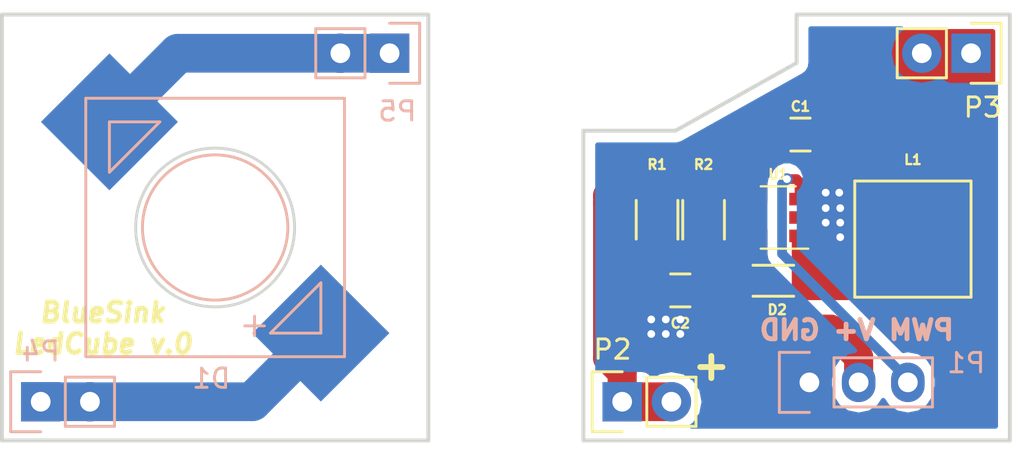
<source format=kicad_pcb>
(kicad_pcb (version 4) (host pcbnew 4.0.4-stable)

  (general
    (links 22)
    (no_connects 0)
    (area 88.899999 86.925 144.033334 112.175)
    (thickness 1.6)
    (drawings 15)
    (tracks 56)
    (zones 0)
    (modules 13)
    (nets 9)
  )

  (page A4)
  (layers
    (0 F.Cu signal)
    (31 B.Cu signal)
    (32 B.Adhes user)
    (33 F.Adhes user)
    (34 B.Paste user)
    (35 F.Paste user)
    (36 B.SilkS user)
    (37 F.SilkS user)
    (38 B.Mask user)
    (39 F.Mask user)
    (40 Dwgs.User user)
    (41 Cmts.User user)
    (42 Eco1.User user)
    (43 Eco2.User user)
    (44 Edge.Cuts user)
    (45 Margin user)
    (46 B.CrtYd user)
    (47 F.CrtYd user)
    (48 B.Fab user)
    (49 F.Fab user)
  )

  (setup
    (last_trace_width 0.5)
    (trace_clearance 0.2)
    (zone_clearance 0.508)
    (zone_45_only no)
    (trace_min 0.2)
    (segment_width 0.2)
    (edge_width 0.2)
    (via_size 0.6)
    (via_drill 0.4)
    (via_min_size 0.4)
    (via_min_drill 0.3)
    (uvia_size 0.3)
    (uvia_drill 0.1)
    (uvias_allowed no)
    (uvia_min_size 0.2)
    (uvia_min_drill 0.1)
    (pcb_text_width 0.3)
    (pcb_text_size 1.5 1.5)
    (mod_edge_width 0.15)
    (mod_text_size 1 1)
    (mod_text_width 0.15)
    (pad_size 1.524 1.524)
    (pad_drill 0.762)
    (pad_to_mask_clearance 0.2)
    (aux_axis_origin 0 0)
    (visible_elements 7FFFFFFF)
    (pcbplotparams
      (layerselection 0x010f0_80000001)
      (usegerberextensions false)
      (excludeedgelayer true)
      (linewidth 0.100000)
      (plotframeref false)
      (viasonmask false)
      (mode 1)
      (useauxorigin false)
      (hpglpennumber 1)
      (hpglpenspeed 20)
      (hpglpendiameter 15)
      (hpglpenoverlay 2)
      (psnegative false)
      (psa4output false)
      (plotreference true)
      (plotvalue true)
      (plotinvisibletext false)
      (padsonsilk false)
      (subtractmaskfromsilk false)
      (outputformat 1)
      (mirror false)
      (drillshape 0)
      (scaleselection 1)
      (outputdirectory gerber/))
  )

  (net 0 "")
  (net 1 /V_BAT)
  (net 2 GND)
  (net 3 "Net-(D2-Pad2)")
  (net 4 /PWM)
  (net 5 /LED+/L)
  (net 6 /LED-/L)
  (net 7 /LED+/U)
  (net 8 /LED-/U)

  (net_class Default "This is the default net class."
    (clearance 0.2)
    (trace_width 0.5)
    (via_dia 0.6)
    (via_drill 0.4)
    (uvia_dia 0.3)
    (uvia_drill 0.1)
    (add_net /LED+/L)
    (add_net /LED+/U)
    (add_net /LED-/L)
    (add_net /LED-/U)
    (add_net /PWM)
    (add_net /V_BAT)
    (add_net GND)
    (add_net "Net-(D2-Pad2)")
  )

  (module Socket_Strips:Socket_Strip_Straight_1x02 (layer B.Cu) (tedit 58637110) (tstamp 58636FDC)
    (at 91 109)
    (descr "Through hole socket strip")
    (tags "socket strip")
    (path /5863A088)
    (fp_text reference P4 (at 0 -2.6) (layer B.SilkS)
      (effects (font (size 1 1) (thickness 0.15)) (justify mirror))
    )
    (fp_text value CONN_01X02 (at 9.4 0.8) (layer B.Fab) hide
      (effects (font (size 1 1) (thickness 0.15)) (justify mirror))
    )
    (fp_line (start -1.55 -1.55) (end 0 -1.55) (layer B.SilkS) (width 0.15))
    (fp_line (start 3.81 -1.27) (end 1.27 -1.27) (layer B.SilkS) (width 0.15))
    (fp_line (start -1.75 1.75) (end -1.75 -1.75) (layer B.CrtYd) (width 0.05))
    (fp_line (start 4.3 1.75) (end 4.3 -1.75) (layer B.CrtYd) (width 0.05))
    (fp_line (start -1.75 1.75) (end 4.3 1.75) (layer B.CrtYd) (width 0.05))
    (fp_line (start -1.75 -1.75) (end 4.3 -1.75) (layer B.CrtYd) (width 0.05))
    (fp_line (start 1.27 -1.27) (end 1.27 1.27) (layer B.SilkS) (width 0.15))
    (fp_line (start 0 1.55) (end -1.55 1.55) (layer B.SilkS) (width 0.15))
    (fp_line (start -1.55 1.55) (end -1.55 -1.55) (layer B.SilkS) (width 0.15))
    (fp_line (start 1.27 1.27) (end 3.81 1.27) (layer B.SilkS) (width 0.15))
    (fp_line (start 3.81 1.27) (end 3.81 -1.27) (layer B.SilkS) (width 0.15))
    (pad 1 thru_hole rect (at 0 0) (size 2.032 2.032) (drill 1.016) (layers *.Cu *.Mask)
      (net 7 /LED+/U))
    (pad 2 thru_hole oval (at 2.54 0) (size 2.032 2.032) (drill 1.016) (layers *.Cu *.Mask)
      (net 7 /LED+/U))
    (model Socket_Strips.3dshapes/Socket_Strip_Straight_1x02.wrl
      (at (xyz 0.05 0 0))
      (scale (xyz 1 1 1))
      (rotate (xyz 0 0 180))
    )
  )

  (module footprint:CXA1304 (layer B.Cu) (tedit 58637114) (tstamp 58636CAA)
    (at 100 100)
    (path /58637B8A)
    (fp_text reference D1 (at -0.2 7.8) (layer B.SilkS)
      (effects (font (size 1 1) (thickness 0.15)) (justify mirror))
    )
    (fp_text value CXA1304 (at 3.556 -7.62) (layer B.Fab) hide
      (effects (font (size 1 1) (thickness 0.15)) (justify mirror))
    )
    (fp_line (start 2.032 5.588) (end 2.032 4.572) (layer B.SilkS) (width 0.15))
    (fp_line (start 1.524 5.08) (end 2.54 5.08) (layer B.SilkS) (width 0.15))
    (fp_line (start -5.455 -2.855) (end -2.855 -5.455) (layer B.SilkS) (width 0.15))
    (fp_line (start -5.455 -2.855) (end -5.455 -5.455) (layer B.SilkS) (width 0.15))
    (fp_line (start -5.455 -5.455) (end -2.855 -5.455) (layer B.SilkS) (width 0.15))
    (fp_line (start 5.455 2.855) (end 2.855 5.455) (layer B.SilkS) (width 0.15))
    (fp_line (start 5.455 5.455) (end 5.455 2.855) (layer B.SilkS) (width 0.15))
    (fp_line (start 2.855 5.455) (end 5.455 5.455) (layer B.SilkS) (width 0.15))
    (fp_circle (center 0 0) (end 0 -3.75) (layer B.SilkS) (width 0.15))
    (fp_line (start -6.675 6.675) (end -6.675 -6.675) (layer B.SilkS) (width 0.15))
    (fp_line (start -6.675 -6.675) (end 6.675 -6.675) (layer B.SilkS) (width 0.15))
    (fp_line (start 6.675 6.675) (end 6.675 -6.675) (layer B.SilkS) (width 0.15))
    (fp_line (start -6.675 6.675) (end 6.675 6.675) (layer B.SilkS) (width 0.15))
    (pad 2 smd rect (at 5.455 5.455 315) (size 5 5) (layers B.Cu B.Paste B.Mask)
      (net 7 /LED+/U))
    (pad 1 smd rect (at -5.455 -5.455 315) (size 5 5) (layers B.Cu B.Paste B.Mask)
      (net 8 /LED-/U))
  )

  (module Socket_Strips:Socket_Strip_Straight_1x02 (layer B.Cu) (tedit 58637117) (tstamp 58636FED)
    (at 109 91 180)
    (descr "Through hole socket strip")
    (tags "socket strip")
    (path /5863A08E)
    (fp_text reference P5 (at -0.4 -3 180) (layer B.SilkS)
      (effects (font (size 1 1) (thickness 0.15)) (justify mirror))
    )
    (fp_text value CONN_01X02 (at 0 3.1 180) (layer B.Fab) hide
      (effects (font (size 1 1) (thickness 0.15)) (justify mirror))
    )
    (fp_line (start -1.55 -1.55) (end 0 -1.55) (layer B.SilkS) (width 0.15))
    (fp_line (start 3.81 -1.27) (end 1.27 -1.27) (layer B.SilkS) (width 0.15))
    (fp_line (start -1.75 1.75) (end -1.75 -1.75) (layer B.CrtYd) (width 0.05))
    (fp_line (start 4.3 1.75) (end 4.3 -1.75) (layer B.CrtYd) (width 0.05))
    (fp_line (start -1.75 1.75) (end 4.3 1.75) (layer B.CrtYd) (width 0.05))
    (fp_line (start -1.75 -1.75) (end 4.3 -1.75) (layer B.CrtYd) (width 0.05))
    (fp_line (start 1.27 -1.27) (end 1.27 1.27) (layer B.SilkS) (width 0.15))
    (fp_line (start 0 1.55) (end -1.55 1.55) (layer B.SilkS) (width 0.15))
    (fp_line (start -1.55 1.55) (end -1.55 -1.55) (layer B.SilkS) (width 0.15))
    (fp_line (start 1.27 1.27) (end 3.81 1.27) (layer B.SilkS) (width 0.15))
    (fp_line (start 3.81 1.27) (end 3.81 -1.27) (layer B.SilkS) (width 0.15))
    (pad 1 thru_hole rect (at 0 0 180) (size 2.032 2.032) (drill 1.016) (layers *.Cu *.Mask)
      (net 8 /LED-/U))
    (pad 2 thru_hole oval (at 2.54 0 180) (size 2.032 2.032) (drill 1.016) (layers *.Cu *.Mask)
      (net 8 /LED-/U))
    (model Socket_Strips.3dshapes/Socket_Strip_Straight_1x02.wrl
      (at (xyz 0.05 0 0))
      (scale (xyz 1 1 1))
      (rotate (xyz 0 0 180))
    )
  )

  (module Capacitors_SMD:C_0805 (layer F.Cu) (tedit 58637236) (tstamp 58636C87)
    (at 130.2 95.2)
    (descr "Capacitor SMD 0805, reflow soldering, AVX (see smccp.pdf)")
    (tags "capacitor 0805")
    (path /58636452)
    (attr smd)
    (fp_text reference C1 (at 0 -1.45) (layer F.SilkS)
      (effects (font (size 0.5 0.5) (thickness 0.125)))
    )
    (fp_text value 1uF (at 0 2.1) (layer F.Fab) hide
      (effects (font (size 1 1) (thickness 0.15)))
    )
    (fp_line (start -1 0.625) (end -1 -0.625) (layer F.Fab) (width 0.15))
    (fp_line (start 1 0.625) (end -1 0.625) (layer F.Fab) (width 0.15))
    (fp_line (start 1 -0.625) (end 1 0.625) (layer F.Fab) (width 0.15))
    (fp_line (start -1 -0.625) (end 1 -0.625) (layer F.Fab) (width 0.15))
    (fp_line (start -1.8 -1) (end 1.8 -1) (layer F.CrtYd) (width 0.05))
    (fp_line (start -1.8 1) (end 1.8 1) (layer F.CrtYd) (width 0.05))
    (fp_line (start -1.8 -1) (end -1.8 1) (layer F.CrtYd) (width 0.05))
    (fp_line (start 1.8 -1) (end 1.8 1) (layer F.CrtYd) (width 0.05))
    (fp_line (start 0.5 -0.85) (end -0.5 -0.85) (layer F.SilkS) (width 0.15))
    (fp_line (start -0.5 0.85) (end 0.5 0.85) (layer F.SilkS) (width 0.15))
    (pad 1 smd rect (at -1 0) (size 1 1.25) (layers F.Cu F.Paste F.Mask)
      (net 5 /LED+/L))
    (pad 2 smd rect (at 1 0) (size 1 1.25) (layers F.Cu F.Paste F.Mask)
      (net 6 /LED-/L))
    (model Capacitors_SMD.3dshapes/C_0805.wrl
      (at (xyz 0 0 0))
      (scale (xyz 1 1 1))
      (rotate (xyz 0 0 0))
    )
  )

  (module Capacitors_SMD:C_0805 (layer F.Cu) (tedit 58637227) (tstamp 58636C97)
    (at 124 103.25 180)
    (descr "Capacitor SMD 0805, reflow soldering, AVX (see smccp.pdf)")
    (tags "capacitor 0805")
    (path /58636C29)
    (attr smd)
    (fp_text reference C2 (at 0 -1.7 180) (layer F.SilkS)
      (effects (font (size 0.5 0.5) (thickness 0.125)))
    )
    (fp_text value 2.2uF (at 2.25 -1.2 180) (layer F.Fab) hide
      (effects (font (size 1 1) (thickness 0.15)))
    )
    (fp_line (start -1 0.625) (end -1 -0.625) (layer F.Fab) (width 0.15))
    (fp_line (start 1 0.625) (end -1 0.625) (layer F.Fab) (width 0.15))
    (fp_line (start 1 -0.625) (end 1 0.625) (layer F.Fab) (width 0.15))
    (fp_line (start -1 -0.625) (end 1 -0.625) (layer F.Fab) (width 0.15))
    (fp_line (start -1.8 -1) (end 1.8 -1) (layer F.CrtYd) (width 0.05))
    (fp_line (start -1.8 1) (end 1.8 1) (layer F.CrtYd) (width 0.05))
    (fp_line (start -1.8 -1) (end -1.8 1) (layer F.CrtYd) (width 0.05))
    (fp_line (start 1.8 -1) (end 1.8 1) (layer F.CrtYd) (width 0.05))
    (fp_line (start 0.5 -0.85) (end -0.5 -0.85) (layer F.SilkS) (width 0.15))
    (fp_line (start -0.5 0.85) (end 0.5 0.85) (layer F.SilkS) (width 0.15))
    (pad 1 smd rect (at -1 0 180) (size 1 1.25) (layers F.Cu F.Paste F.Mask)
      (net 1 /V_BAT))
    (pad 2 smd rect (at 1 0 180) (size 1 1.25) (layers F.Cu F.Paste F.Mask)
      (net 2 GND))
    (model Capacitors_SMD.3dshapes/C_0805.wrl
      (at (xyz 0 0 0))
      (scale (xyz 1 1 1))
      (rotate (xyz 0 0 0))
    )
  )

  (module Diodes_SMD:SOD-323_HandSoldering (layer F.Cu) (tedit 5863723E) (tstamp 58636CC0)
    (at 129.05 102.75)
    (descr SOD-323)
    (tags SOD-323)
    (path /58636A79)
    (attr smd)
    (fp_text reference D2 (at -0.05 1.5) (layer F.SilkS)
      (effects (font (size 0.5 0.5) (thickness 0.125)))
    )
    (fp_text value BAT20JFILM (at 0.1 1.9) (layer F.Fab) hide
      (effects (font (size 1 1) (thickness 0.15)))
    )
    (fp_line (start 0.2 0) (end 0.45 0) (layer F.Fab) (width 0.15))
    (fp_line (start 0.2 0.35) (end -0.3 0) (layer F.Fab) (width 0.15))
    (fp_line (start 0.2 -0.35) (end 0.2 0.35) (layer F.Fab) (width 0.15))
    (fp_line (start -0.3 0) (end 0.2 -0.35) (layer F.Fab) (width 0.15))
    (fp_line (start -0.3 0) (end -0.5 0) (layer F.Fab) (width 0.15))
    (fp_line (start -0.3 -0.35) (end -0.3 0.35) (layer F.Fab) (width 0.15))
    (fp_line (start -0.85 0.65) (end -0.85 -0.65) (layer F.Fab) (width 0.15))
    (fp_line (start 0.85 0.65) (end -0.85 0.65) (layer F.Fab) (width 0.15))
    (fp_line (start 0.85 -0.65) (end 0.85 0.65) (layer F.Fab) (width 0.15))
    (fp_line (start -0.85 -0.65) (end 0.85 -0.65) (layer F.Fab) (width 0.15))
    (fp_line (start -1.9 -0.95) (end 1.9 -0.95) (layer F.CrtYd) (width 0.05))
    (fp_line (start 1.9 -0.95) (end 1.9 0.95) (layer F.CrtYd) (width 0.05))
    (fp_line (start -1.9 0.95) (end 1.9 0.95) (layer F.CrtYd) (width 0.05))
    (fp_line (start -1.9 -0.95) (end -1.9 0.95) (layer F.CrtYd) (width 0.05))
    (fp_line (start -1.3 0.8) (end 0.8 0.8) (layer F.SilkS) (width 0.15))
    (fp_line (start -1.3 -0.8) (end 0.8 -0.8) (layer F.SilkS) (width 0.15))
    (pad 1 smd rect (at -1.25 0) (size 1 1) (layers F.Cu F.Paste F.Mask)
      (net 1 /V_BAT))
    (pad 2 smd rect (at 1.25 0) (size 1 1) (layers F.Cu F.Paste F.Mask)
      (net 3 "Net-(D2-Pad2)"))
    (model Diodes_SMD.3dshapes/SOD-323.wrl
      (at (xyz 0 0 0))
      (scale (xyz 1 1 1))
      (rotate (xyz 0 0 180))
    )
  )

  (module footprint:inductor_33uH (layer F.Cu) (tedit 5863726C) (tstamp 58636CCA)
    (at 136 100.6 270)
    (path /586364CB)
    (fp_text reference L1 (at -4.1 0 360) (layer F.SilkS)
      (effects (font (size 0.5 0.5) (thickness 0.125)))
    )
    (fp_text value 33uH (at 0 -5.08 270) (layer F.Fab) hide
      (effects (font (size 1 1) (thickness 0.15)))
    )
    (fp_line (start -3 3) (end -3 -3) (layer F.SilkS) (width 0.15))
    (fp_line (start 3 3) (end -3 3) (layer F.SilkS) (width 0.15))
    (fp_line (start 3 -3) (end 3 3) (layer F.SilkS) (width 0.15))
    (fp_line (start -3 -3) (end 3 -3) (layer F.SilkS) (width 0.15))
    (pad 1 smd rect (at -2.25 0 270) (size 2 6) (layers F.Cu F.Paste F.Mask)
      (net 6 /LED-/L))
    (pad 2 smd rect (at 2.25 0 270) (size 2 6) (layers F.Cu F.Paste F.Mask)
      (net 3 "Net-(D2-Pad2)"))
  )

  (module Socket_Strips:Socket_Strip_Straight_1x03 (layer B.Cu) (tedit 5863726E) (tstamp 58636CDC)
    (at 130.66 108)
    (descr "Through hole socket strip")
    (tags "socket strip")
    (path /58638065)
    (fp_text reference P1 (at 8.09 -1) (layer B.SilkS)
      (effects (font (size 1 1) (thickness 0.15)) (justify mirror))
    )
    (fp_text value CONN_01X03 (at 0 3.1) (layer B.Fab) hide
      (effects (font (size 1 1) (thickness 0.15)) (justify mirror))
    )
    (fp_line (start 0 1.55) (end -1.55 1.55) (layer B.SilkS) (width 0.15))
    (fp_line (start -1.55 1.55) (end -1.55 -1.55) (layer B.SilkS) (width 0.15))
    (fp_line (start -1.55 -1.55) (end 0 -1.55) (layer B.SilkS) (width 0.15))
    (fp_line (start -1.75 1.75) (end -1.75 -1.75) (layer B.CrtYd) (width 0.05))
    (fp_line (start 6.85 1.75) (end 6.85 -1.75) (layer B.CrtYd) (width 0.05))
    (fp_line (start -1.75 1.75) (end 6.85 1.75) (layer B.CrtYd) (width 0.05))
    (fp_line (start -1.75 -1.75) (end 6.85 -1.75) (layer B.CrtYd) (width 0.05))
    (fp_line (start 1.27 1.27) (end 6.35 1.27) (layer B.SilkS) (width 0.15))
    (fp_line (start 6.35 1.27) (end 6.35 -1.27) (layer B.SilkS) (width 0.15))
    (fp_line (start 6.35 -1.27) (end 1.27 -1.27) (layer B.SilkS) (width 0.15))
    (fp_line (start 1.27 -1.27) (end 1.27 1.27) (layer B.SilkS) (width 0.15))
    (pad 1 thru_hole rect (at 0 0) (size 1.7272 2.032) (drill 1.016) (layers *.Cu *.Mask)
      (net 2 GND))
    (pad 2 thru_hole oval (at 2.54 0) (size 1.7272 2.032) (drill 1.016) (layers *.Cu *.Mask)
      (net 1 /V_BAT))
    (pad 3 thru_hole oval (at 5.08 0) (size 1.7272 2.032) (drill 1.016) (layers *.Cu *.Mask)
      (net 4 /PWM))
    (model Socket_Strips.3dshapes/Socket_Strip_Straight_1x03.wrl
      (at (xyz 0.1 0 0))
      (scale (xyz 1 1 1))
      (rotate (xyz 0 0 180))
    )
  )

  (module TO_SOT_Packages_SMD:SOT-23-5 (layer F.Cu) (tedit 58637247) (tstamp 58636D0F)
    (at 129.05 99.484286 180)
    (descr "5-pin SOT23 package")
    (tags SOT-23-5)
    (path /5863635E)
    (attr smd)
    (fp_text reference U1 (at 0 2.234286 180) (layer F.SilkS)
      (effects (font (size 0.5 0.5) (thickness 0.125)))
    )
    (fp_text value AL8805W5 (at 0 2.9 180) (layer F.Fab) hide
      (effects (font (size 1 1) (thickness 0.15)))
    )
    (fp_line (start -0.9 1.61) (end 0.9 1.61) (layer F.SilkS) (width 0.12))
    (fp_line (start 0.9 -1.61) (end -1.55 -1.61) (layer F.SilkS) (width 0.12))
    (fp_line (start -1.9 -1.8) (end 1.9 -1.8) (layer F.CrtYd) (width 0.05))
    (fp_line (start 1.9 -1.8) (end 1.9 1.8) (layer F.CrtYd) (width 0.05))
    (fp_line (start 1.9 1.8) (end -1.9 1.8) (layer F.CrtYd) (width 0.05))
    (fp_line (start -1.9 1.8) (end -1.9 -1.8) (layer F.CrtYd) (width 0.05))
    (fp_line (start 0.9 -1.55) (end -0.9 -1.55) (layer F.Fab) (width 0.15))
    (fp_line (start -0.9 -1.55) (end -0.9 1.55) (layer F.Fab) (width 0.15))
    (fp_line (start 0.9 1.55) (end -0.9 1.55) (layer F.Fab) (width 0.15))
    (fp_line (start 0.9 -1.55) (end 0.9 1.55) (layer F.Fab) (width 0.15))
    (pad 1 smd rect (at -1.1 -0.95 180) (size 1.06 0.65) (layers F.Cu F.Paste F.Mask)
      (net 3 "Net-(D2-Pad2)"))
    (pad 2 smd rect (at -1.1 0 180) (size 1.06 0.65) (layers F.Cu F.Paste F.Mask)
      (net 2 GND))
    (pad 3 smd rect (at -1.1 0.95 180) (size 1.06 0.65) (layers F.Cu F.Paste F.Mask)
      (net 4 /PWM))
    (pad 4 smd rect (at 1.1 0.95 180) (size 1.06 0.65) (layers F.Cu F.Paste F.Mask)
      (net 5 /LED+/L))
    (pad 5 smd rect (at 1.1 -0.95 180) (size 1.06 0.65) (layers F.Cu F.Paste F.Mask)
      (net 1 /V_BAT))
    (model TO_SOT_Packages_SMD.3dshapes/SOT-23-5.wrl
      (at (xyz 0 0 0))
      (scale (xyz 1 1 1))
      (rotate (xyz 0 0 0))
    )
  )

  (module Socket_Strips:Socket_Strip_Straight_1x02 (layer F.Cu) (tedit 586371C1) (tstamp 58636FBA)
    (at 121 109)
    (descr "Through hole socket strip")
    (tags "socket strip")
    (path /58639BF8)
    (fp_text reference P2 (at -0.5 -2.7) (layer F.SilkS)
      (effects (font (size 1 1) (thickness 0.15)))
    )
    (fp_text value CONN_01X02 (at 0 -3.1) (layer F.Fab) hide
      (effects (font (size 1 1) (thickness 0.15)))
    )
    (fp_line (start -1.55 1.55) (end 0 1.55) (layer F.SilkS) (width 0.15))
    (fp_line (start 3.81 1.27) (end 1.27 1.27) (layer F.SilkS) (width 0.15))
    (fp_line (start -1.75 -1.75) (end -1.75 1.75) (layer F.CrtYd) (width 0.05))
    (fp_line (start 4.3 -1.75) (end 4.3 1.75) (layer F.CrtYd) (width 0.05))
    (fp_line (start -1.75 -1.75) (end 4.3 -1.75) (layer F.CrtYd) (width 0.05))
    (fp_line (start -1.75 1.75) (end 4.3 1.75) (layer F.CrtYd) (width 0.05))
    (fp_line (start 1.27 1.27) (end 1.27 -1.27) (layer F.SilkS) (width 0.15))
    (fp_line (start 0 -1.55) (end -1.55 -1.55) (layer F.SilkS) (width 0.15))
    (fp_line (start -1.55 -1.55) (end -1.55 1.55) (layer F.SilkS) (width 0.15))
    (fp_line (start 1.27 -1.27) (end 3.81 -1.27) (layer F.SilkS) (width 0.15))
    (fp_line (start 3.81 -1.27) (end 3.81 1.27) (layer F.SilkS) (width 0.15))
    (pad 1 thru_hole rect (at 0 0) (size 2.032 2.032) (drill 1.016) (layers *.Cu *.Mask)
      (net 5 /LED+/L))
    (pad 2 thru_hole oval (at 2.54 0) (size 2.032 2.032) (drill 1.016) (layers *.Cu *.Mask)
      (net 5 /LED+/L))
    (model Socket_Strips.3dshapes/Socket_Strip_Straight_1x02.wrl
      (at (xyz 0.05 0 0))
      (scale (xyz 1 1 1))
      (rotate (xyz 0 0 180))
    )
  )

  (module Socket_Strips:Socket_Strip_Straight_1x02 (layer F.Cu) (tedit 586371C5) (tstamp 58636FCB)
    (at 139 91 180)
    (descr "Through hole socket strip")
    (tags "socket strip")
    (path /58639CF0)
    (fp_text reference P3 (at -0.6 -2.8 180) (layer F.SilkS)
      (effects (font (size 1 1) (thickness 0.15)))
    )
    (fp_text value CONN_01X02 (at 0 -3.1 180) (layer F.Fab) hide
      (effects (font (size 1 1) (thickness 0.15)))
    )
    (fp_line (start -1.55 1.55) (end 0 1.55) (layer F.SilkS) (width 0.15))
    (fp_line (start 3.81 1.27) (end 1.27 1.27) (layer F.SilkS) (width 0.15))
    (fp_line (start -1.75 -1.75) (end -1.75 1.75) (layer F.CrtYd) (width 0.05))
    (fp_line (start 4.3 -1.75) (end 4.3 1.75) (layer F.CrtYd) (width 0.05))
    (fp_line (start -1.75 -1.75) (end 4.3 -1.75) (layer F.CrtYd) (width 0.05))
    (fp_line (start -1.75 1.75) (end 4.3 1.75) (layer F.CrtYd) (width 0.05))
    (fp_line (start 1.27 1.27) (end 1.27 -1.27) (layer F.SilkS) (width 0.15))
    (fp_line (start 0 -1.55) (end -1.55 -1.55) (layer F.SilkS) (width 0.15))
    (fp_line (start -1.55 -1.55) (end -1.55 1.55) (layer F.SilkS) (width 0.15))
    (fp_line (start 1.27 -1.27) (end 3.81 -1.27) (layer F.SilkS) (width 0.15))
    (fp_line (start 3.81 -1.27) (end 3.81 1.27) (layer F.SilkS) (width 0.15))
    (pad 1 thru_hole rect (at 0 0 180) (size 2.032 2.032) (drill 1.016) (layers *.Cu *.Mask)
      (net 6 /LED-/L))
    (pad 2 thru_hole oval (at 2.54 0 180) (size 2.032 2.032) (drill 1.016) (layers *.Cu *.Mask)
      (net 6 /LED-/L))
    (model Socket_Strips.3dshapes/Socket_Strip_Straight_1x02.wrl
      (at (xyz 0.05 0 0))
      (scale (xyz 1 1 1))
      (rotate (xyz 0 0 180))
    )
  )

  (module Resistors_SMD:R_1206 (layer F.Cu) (tedit 5863746D) (tstamp 586376EA)
    (at 122.8 99.6 90)
    (descr "Resistor SMD 1206, reflow soldering, Vishay (see dcrcw.pdf)")
    (tags "resistor 1206")
    (path /586363C1)
    (attr smd)
    (fp_text reference R1 (at 2.85 0 180) (layer F.SilkS)
      (effects (font (size 0.5 0.5) (thickness 0.125)))
    )
    (fp_text value 0.5 (at 0 2.3 90) (layer F.Fab)
      (effects (font (size 1 1) (thickness 0.15)))
    )
    (fp_line (start -1.6 0.8) (end -1.6 -0.8) (layer F.Fab) (width 0.1))
    (fp_line (start 1.6 0.8) (end -1.6 0.8) (layer F.Fab) (width 0.1))
    (fp_line (start 1.6 -0.8) (end 1.6 0.8) (layer F.Fab) (width 0.1))
    (fp_line (start -1.6 -0.8) (end 1.6 -0.8) (layer F.Fab) (width 0.1))
    (fp_line (start -2.2 -1.2) (end 2.2 -1.2) (layer F.CrtYd) (width 0.05))
    (fp_line (start -2.2 1.2) (end 2.2 1.2) (layer F.CrtYd) (width 0.05))
    (fp_line (start -2.2 -1.2) (end -2.2 1.2) (layer F.CrtYd) (width 0.05))
    (fp_line (start 2.2 -1.2) (end 2.2 1.2) (layer F.CrtYd) (width 0.05))
    (fp_line (start 1 1.075) (end -1 1.075) (layer F.SilkS) (width 0.15))
    (fp_line (start -1 -1.075) (end 1 -1.075) (layer F.SilkS) (width 0.15))
    (pad 1 smd rect (at -1.45 0 90) (size 0.9 1.7) (layers F.Cu F.Paste F.Mask)
      (net 1 /V_BAT))
    (pad 2 smd rect (at 1.45 0 90) (size 0.9 1.7) (layers F.Cu F.Paste F.Mask)
      (net 5 /LED+/L))
    (model Resistors_SMD.3dshapes/R_1206.wrl
      (at (xyz 0 0 0))
      (scale (xyz 1 1 1))
      (rotate (xyz 0 0 0))
    )
  )

  (module Resistors_SMD:R_1206 (layer F.Cu) (tedit 58637474) (tstamp 586376F9)
    (at 125.2 99.6 90)
    (descr "Resistor SMD 1206, reflow soldering, Vishay (see dcrcw.pdf)")
    (tags "resistor 1206")
    (path /58636880)
    (attr smd)
    (fp_text reference R2 (at 2.85 0 180) (layer F.SilkS)
      (effects (font (size 0.5 0.5) (thickness 0.125)))
    )
    (fp_text value 0.5 (at 0 2.3 90) (layer F.Fab)
      (effects (font (size 1 1) (thickness 0.15)))
    )
    (fp_line (start -1.6 0.8) (end -1.6 -0.8) (layer F.Fab) (width 0.1))
    (fp_line (start 1.6 0.8) (end -1.6 0.8) (layer F.Fab) (width 0.1))
    (fp_line (start 1.6 -0.8) (end 1.6 0.8) (layer F.Fab) (width 0.1))
    (fp_line (start -1.6 -0.8) (end 1.6 -0.8) (layer F.Fab) (width 0.1))
    (fp_line (start -2.2 -1.2) (end 2.2 -1.2) (layer F.CrtYd) (width 0.05))
    (fp_line (start -2.2 1.2) (end 2.2 1.2) (layer F.CrtYd) (width 0.05))
    (fp_line (start -2.2 -1.2) (end -2.2 1.2) (layer F.CrtYd) (width 0.05))
    (fp_line (start 2.2 -1.2) (end 2.2 1.2) (layer F.CrtYd) (width 0.05))
    (fp_line (start 1 1.075) (end -1 1.075) (layer F.SilkS) (width 0.15))
    (fp_line (start -1 -1.075) (end 1 -1.075) (layer F.SilkS) (width 0.15))
    (pad 1 smd rect (at -1.45 0 90) (size 0.9 1.7) (layers F.Cu F.Paste F.Mask)
      (net 1 /V_BAT))
    (pad 2 smd rect (at 1.45 0 90) (size 0.9 1.7) (layers F.Cu F.Paste F.Mask)
      (net 5 /LED+/L))
    (model Resistors_SMD.3dshapes/R_1206.wrl
      (at (xyz 0 0 0))
      (scale (xyz 1 1 1))
      (rotate (xyz 0 0 0))
    )
  )

  (gr_text "PWM V+ GND" (at 133.1 105.3) (layer B.SilkS)
    (effects (font (size 1 1) (thickness 0.25)) (justify mirror))
  )
  (gr_text "BlueSink\nLedCube v.0" (at 94.2 105.2) (layer F.SilkS)
    (effects (font (size 1 1) (thickness 0.25) italic))
  )
  (gr_line (start 111 89) (end 111 111) (layer Edge.Cuts) (width 0.2))
  (gr_line (start 89 111) (end 111 111) (layer Edge.Cuts) (width 0.2))
  (gr_line (start 89 89) (end 89 111) (layer Edge.Cuts) (width 0.2))
  (gr_circle (center 100 100) (end 100 95.9) (layer Edge.Cuts) (width 0.15))
  (gr_line (start 89 89) (end 111 89) (layer Edge.Cuts) (width 0.2))
  (gr_line (start 123.75 95) (end 119 95) (layer Edge.Cuts) (width 0.2))
  (gr_line (start 130 91.5) (end 123.75 95) (layer Edge.Cuts) (width 0.2))
  (gr_line (start 130 89) (end 130 91.5) (layer Edge.Cuts) (width 0.2))
  (gr_text + (at 125.6 107.1) (layer F.SilkS)
    (effects (font (size 1.5 1.5) (thickness 0.3)))
  )
  (gr_line (start 119 95) (end 119 111) (layer Edge.Cuts) (width 0.2))
  (gr_line (start 119 111) (end 141 111) (layer Edge.Cuts) (width 0.2))
  (gr_line (start 141 89) (end 141 111) (layer Edge.Cuts) (width 0.2))
  (gr_line (start 130 89) (end 141 89) (layer Edge.Cuts) (width 0.2))

  (segment (start 126.5 104.75) (end 126.5 102.5) (width 1.5) (layer F.Cu) (net 1))
  (segment (start 127 105.25) (end 126.5 104.75) (width 1.5) (layer F.Cu) (net 1))
  (segment (start 131.75 105.25) (end 127 105.25) (width 1.5) (layer F.Cu) (net 1))
  (segment (start 133.2 106.7) (end 131.75 105.25) (width 1.5) (layer F.Cu) (net 1))
  (segment (start 133.2 108) (end 133.2 106.7) (width 1.5) (layer F.Cu) (net 1))
  (segment (start 131.5 98.2) (end 132.2 98.2) (width 0.5) (layer B.Cu) (net 2))
  (via (at 132.2 98.2) (size 0.6) (drill 0.4) (layers F.Cu B.Cu) (net 2))
  (segment (start 131.5 99) (end 131.5 98.2) (width 0.5) (layer F.Cu) (net 2))
  (via (at 131.5 98.2) (size 0.6) (drill 0.4) (layers F.Cu B.Cu) (net 2))
  (segment (start 124 104.75) (end 124 105.5) (width 0.5) (layer B.Cu) (net 2))
  (via (at 124 105.5) (size 0.6) (drill 0.4) (layers F.Cu B.Cu) (net 2))
  (segment (start 123.25 104.75) (end 124 104.75) (width 0.5) (layer F.Cu) (net 2))
  (via (at 124 104.75) (size 0.6) (drill 0.4) (layers F.Cu B.Cu) (net 2))
  (segment (start 123.25 105.5) (end 123.25 104.75) (width 0.5) (layer B.Cu) (net 2))
  (via (at 123.25 104.75) (size 0.6) (drill 0.4) (layers F.Cu B.Cu) (net 2))
  (segment (start 122.5 105.5) (end 123.25 105.5) (width 0.5) (layer F.Cu) (net 2))
  (via (at 123.25 105.5) (size 0.6) (drill 0.4) (layers F.Cu B.Cu) (net 2))
  (segment (start 122.5 104.75) (end 122.5 105.5) (width 0.5) (layer B.Cu) (net 2))
  (via (at 122.5 105.5) (size 0.6) (drill 0.4) (layers F.Cu B.Cu) (net 2))
  (segment (start 123 103.25) (end 123 104.25) (width 0.5) (layer F.Cu) (net 2))
  (segment (start 123 104.25) (end 122.5 104.75) (width 0.5) (layer F.Cu) (net 2))
  (via (at 122.5 104.75) (size 0.6) (drill 0.4) (layers F.Cu B.Cu) (net 2))
  (segment (start 131.5 99.75) (end 132.25 100.5) (width 0.5) (layer F.Cu) (net 2))
  (via (at 132.25 100.5) (size 0.6) (drill 0.4) (layers F.Cu B.Cu) (net 2))
  (segment (start 132.25 99.75) (end 131.5 99.75) (width 0.5) (layer B.Cu) (net 2))
  (via (at 131.5 99.75) (size 0.6) (drill 0.4) (layers F.Cu B.Cu) (net 2))
  (segment (start 132.25 99) (end 132.25 99.75) (width 0.5) (layer F.Cu) (net 2))
  (via (at 132.25 99.75) (size 0.6) (drill 0.4) (layers F.Cu B.Cu) (net 2))
  (segment (start 131.5 99) (end 132.25 99) (width 0.5) (layer B.Cu) (net 2))
  (via (at 132.25 99) (size 0.6) (drill 0.4) (layers F.Cu B.Cu) (net 2))
  (segment (start 130.15 99.484286) (end 131.015714 99.484286) (width 0.5) (layer F.Cu) (net 2))
  (segment (start 131.015714 99.484286) (end 131.5 99) (width 0.5) (layer F.Cu) (net 2))
  (via (at 131.5 99) (size 0.6) (drill 0.4) (layers F.Cu B.Cu) (net 2))
  (segment (start 130.3 102.75) (end 130.3 100.584286) (width 0.5) (layer F.Cu) (net 3))
  (segment (start 130.3 100.584286) (end 130.15 100.434286) (width 0.5) (layer F.Cu) (net 3))
  (segment (start 130 97.5) (end 130.15 97.65) (width 0.5) (layer F.Cu) (net 4))
  (segment (start 130.15 97.65) (end 130.15 98.534286) (width 0.5) (layer F.Cu) (net 4))
  (segment (start 129.5 97.5) (end 130 97.5) (width 0.5) (layer F.Cu) (net 4))
  (segment (start 129.25 101.3576) (end 129.25 97.75) (width 0.5) (layer B.Cu) (net 4))
  (segment (start 129.25 97.75) (end 129.5 97.5) (width 0.5) (layer B.Cu) (net 4))
  (via (at 129.5 97.5) (size 0.6) (drill 0.4) (layers F.Cu B.Cu) (net 4))
  (segment (start 135.74 108) (end 135.74 107.8476) (width 0.5) (layer B.Cu) (net 4))
  (segment (start 135.74 107.8476) (end 129.25 101.3576) (width 0.5) (layer B.Cu) (net 4))
  (segment (start 121.1 97.5) (end 122.75 97.5) (width 1.5) (layer F.Cu) (net 5))
  (segment (start 120.25 98.75) (end 120.25 98.35) (width 1.5) (layer F.Cu) (net 5))
  (segment (start 120.25 98.35) (end 121.1 97.5) (width 1.5) (layer F.Cu) (net 5))
  (segment (start 120.25 106.75) (end 120.25 98.75) (width 1.5) (layer F.Cu) (net 5))
  (segment (start 121 107.5) (end 120.25 106.75) (width 1.5) (layer F.Cu) (net 5))
  (segment (start 121 109) (end 121 107.5) (width 1.5) (layer F.Cu) (net 5))
  (segment (start 121 109) (end 123.54 109) (width 2) (layer F.Cu) (net 5))
  (segment (start 93.54 109) (end 101.91 109) (width 2) (layer B.Cu) (net 7))
  (segment (start 101.91 109) (end 105.455 105.455) (width 2) (layer B.Cu) (net 7))
  (segment (start 91 109) (end 93.54 109) (width 2) (layer B.Cu) (net 7))
  (segment (start 98.09 91) (end 94.545 94.545) (width 2) (layer B.Cu) (net 8))
  (segment (start 106.46 91) (end 98.09 91) (width 2) (layer B.Cu) (net 8))
  (segment (start 109 91) (end 106.46 91) (width 2) (layer B.Cu) (net 8))

  (zone (net 5) (net_name /LED+/L) (layer F.Cu) (tstamp 0) (hatch edge 0.508)
    (connect_pads yes (clearance 0.508))
    (min_thickness 0.254)
    (fill yes (arc_segments 16) (thermal_gap 0.508) (thermal_bridge_width 0.508))
    (polygon
      (pts
        (xy 122 98.75) (xy 128.5 98.75) (xy 128.5 97.5) (xy 129.5 96.5) (xy 129.75 96.5)
        (xy 129.75 94.5) (xy 128.5 94.5) (xy 125.5 96.75) (xy 122 96.75)
      )
    )
    (filled_polygon
      (pts
        (xy 129.623 96.373) (xy 129.5 96.373) (xy 129.45059 96.383006) (xy 129.410197 96.410197) (xy 129.213817 96.606577)
        (xy 128.971057 96.706883) (xy 128.707808 96.969673) (xy 128.606326 97.214068) (xy 128.410197 97.410197) (xy 128.382334 97.452211)
        (xy 128.373 97.5) (xy 128.373 98.623) (xy 122.127 98.623) (xy 122.127 96.877) (xy 125.5 96.877)
        (xy 125.54941 96.866994) (xy 125.5762 96.8516) (xy 128.542333 94.627) (xy 129.623 94.627)
      )
    )
  )
  (zone (net 3) (net_name "Net-(D2-Pad2)") (layer F.Cu) (tstamp 0) (hatch edge 0.508)
    (connect_pads yes (clearance 0.508))
    (min_thickness 0.254)
    (fill yes (arc_segments 16) (thermal_gap 0.508) (thermal_bridge_width 0.508))
    (polygon
      (pts
        (xy 129.75 100.25) (xy 129.75 103.75) (xy 139 103.75) (xy 139 101.75) (xy 133 101.75)
        (xy 130.75 100.25)
      )
    )
    (filled_polygon
      (pts
        (xy 131.203164 100.704744) (xy 131.407255 100.908835) (xy 131.456883 101.028943) (xy 131.719673 101.292192) (xy 132.063201 101.434838)
        (xy 132.298613 101.435043) (xy 132.929553 101.85567) (xy 133 101.877) (xy 138.873 101.877) (xy 138.873 103.623)
        (xy 129.877 103.623) (xy 129.877 100.456726) (xy 130.68 100.456726) (xy 130.797869 100.434547)
      )
    )
  )
  (zone (net 1) (net_name /V_BAT) (layer F.Cu) (tstamp 0) (hatch edge 0.508)
    (connect_pads yes (clearance 0.508))
    (min_thickness 0.254)
    (fill yes (arc_segments 16) (thermal_gap 0.508) (thermal_bridge_width 0.508))
    (polygon
      (pts
        (xy 122 100.5) (xy 126 100.5) (xy 127.25 100) (xy 128.5 100) (xy 128.5 103.75)
        (xy 124.5 103.75) (xy 124.5 102.5) (xy 124.25 101.75) (xy 122 101.75)
      )
    )
    (filled_polygon
      (pts
        (xy 128.373 103.623) (xy 124.627 103.623) (xy 124.627 102.5) (xy 124.620483 102.459839) (xy 124.370483 101.709839)
        (xy 124.345366 101.666129) (xy 124.305221 101.635634) (xy 124.25 101.623) (xy 122.127 101.623) (xy 122.127 100.627)
        (xy 126 100.627) (xy 126.047167 100.617917) (xy 127.27446 100.127) (xy 128.373 100.127)
      )
    )
  )
  (zone (net 6) (net_name /LED-/L) (layer F.Cu) (tstamp 0) (hatch edge 0.508)
    (connect_pads yes (clearance 0.508))
    (min_thickness 0.254)
    (fill yes (arc_segments 16) (thermal_gap 0.508) (thermal_bridge_width 0.508))
    (polygon
      (pts
        (xy 130.75 94.5) (xy 135.5 89.75) (xy 140.25 89.75) (xy 140.25 99.5) (xy 133 99.5)
        (xy 133 97.25) (xy 132 96) (xy 130.75 96)
      )
    )
    (filled_polygon
      (pts
        (xy 140.123 99.373) (xy 133.135 99.373) (xy 133.135 99.306822) (xy 133.184838 99.186799) (xy 133.185162 98.814833)
        (xy 133.127 98.67407) (xy 133.127 98.405675) (xy 133.134838 98.386799) (xy 133.135162 98.014833) (xy 133.127 97.995079)
        (xy 133.127 97.25) (xy 133.116994 97.20059) (xy 133.09917 97.170664) (xy 132.09917 95.920664) (xy 132.060491 95.888331)
        (xy 132 95.873) (xy 130.877 95.873) (xy 130.877 94.552606) (xy 135.552606 89.877) (xy 140.123 89.877)
      )
    )
  )
  (zone (net 2) (net_name GND) (layer B.Cu) (tstamp 0) (hatch edge 0.508)
    (connect_pads yes (clearance 0.508))
    (min_thickness 0.254)
    (fill yes (arc_segments 16) (thermal_gap 0.508) (thermal_bridge_width 0.508))
    (polygon
      (pts
        (xy 118.5 88.25) (xy 141.75 88.25) (xy 141.75 111.75) (xy 118.5 111.75)
      )
    )
    (filled_polygon
      (pts
        (xy 135.260222 89.832567) (xy 134.90233 90.36819) (xy 134.776655 91) (xy 134.90233 91.63181) (xy 135.260222 92.167433)
        (xy 135.795845 92.525325) (xy 136.427655 92.651) (xy 136.492345 92.651) (xy 137.124155 92.525325) (xy 137.426962 92.322996)
        (xy 137.51991 92.467441) (xy 137.73211 92.612431) (xy 137.984 92.66344) (xy 140.016 92.66344) (xy 140.251317 92.619162)
        (xy 140.265 92.610357) (xy 140.265 110.265) (xy 124.593759 110.265) (xy 124.739778 110.167433) (xy 125.09767 109.63181)
        (xy 125.223345 109) (xy 125.09767 108.36819) (xy 124.739778 107.832567) (xy 124.204155 107.474675) (xy 123.572345 107.349)
        (xy 123.507655 107.349) (xy 122.875845 107.474675) (xy 122.573038 107.677004) (xy 122.48009 107.532559) (xy 122.26789 107.387569)
        (xy 122.016 107.33656) (xy 119.984 107.33656) (xy 119.748683 107.380838) (xy 119.735 107.389643) (xy 119.735 97.75)
        (xy 128.364999 97.75) (xy 128.365 97.750005) (xy 128.365 101.357595) (xy 128.364999 101.3576) (xy 128.42119 101.640084)
        (xy 128.432367 101.696275) (xy 128.516009 101.821455) (xy 128.62421 101.98339) (xy 132.997713 106.356892) (xy 132.626511 106.430729)
        (xy 132.14033 106.755585) (xy 131.815474 107.241766) (xy 131.7014 107.815255) (xy 131.7014 108.184745) (xy 131.815474 108.758234)
        (xy 132.14033 109.244415) (xy 132.626511 109.569271) (xy 133.2 109.683345) (xy 133.773489 109.569271) (xy 134.25967 109.244415)
        (xy 134.47 108.929634) (xy 134.68033 109.244415) (xy 135.166511 109.569271) (xy 135.74 109.683345) (xy 136.313489 109.569271)
        (xy 136.79967 109.244415) (xy 137.124526 108.758234) (xy 137.2386 108.184745) (xy 137.2386 107.815255) (xy 137.124526 107.241766)
        (xy 136.79967 106.755585) (xy 136.313489 106.430729) (xy 135.74 106.316655) (xy 135.506984 106.363005) (xy 130.135 100.99102)
        (xy 130.135 98.187245) (xy 130.292192 98.030327) (xy 130.434838 97.686799) (xy 130.435162 97.314833) (xy 130.293117 96.971057)
        (xy 130.030327 96.707808) (xy 129.686799 96.565162) (xy 129.314833 96.564838) (xy 128.971057 96.706883) (xy 128.707808 96.969673)
        (xy 128.657434 97.090986) (xy 128.62421 97.12421) (xy 128.432367 97.411325) (xy 128.432367 97.411326) (xy 128.364999 97.75)
        (xy 119.735 97.75) (xy 119.735 95.735) (xy 123.75 95.735) (xy 123.792836 95.726479) (xy 123.836375 95.729907)
        (xy 123.932326 95.698733) (xy 124.031272 95.679051) (xy 124.067585 95.654788) (xy 124.109123 95.641292) (xy 130.359123 92.141292)
        (xy 130.435842 92.075771) (xy 130.519723 92.019723) (xy 130.543987 91.98341) (xy 130.577198 91.955046) (xy 130.623002 91.865155)
        (xy 130.679051 91.781272) (xy 130.687572 91.738436) (xy 130.7074 91.699523) (xy 130.715317 91.598952) (xy 130.735 91.5)
        (xy 130.735 89.735) (xy 135.406241 89.735)
      )
    )
  )
)

</source>
